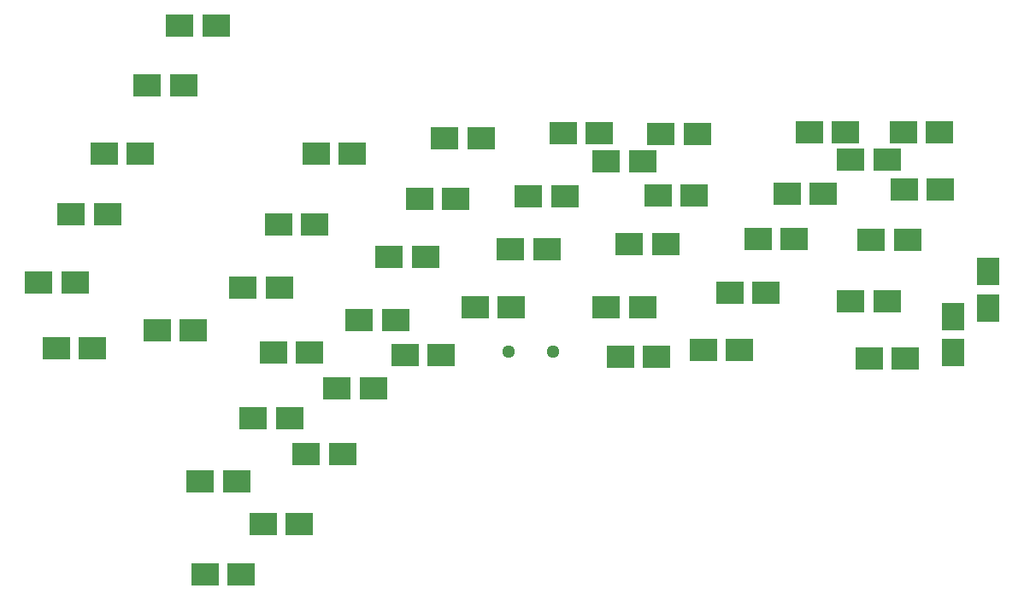
<source format=gbr>
G04 #@! TF.FileFunction,Soldermask,Top*
%FSLAX46Y46*%
G04 Gerber Fmt 4.6, Leading zero omitted, Abs format (unit mm)*
G04 Created by KiCad (PCBNEW 4.0.6) date Wednesday, 31 January 2018 'PMt' 20:49:43*
%MOMM*%
%LPD*%
G01*
G04 APERTURE LIST*
%ADD10C,0.100000*%
%ADD11R,2.200860X2.800000*%
%ADD12R,2.800000X2.200860*%
%ADD13C,1.299160*%
G04 APERTURE END LIST*
D10*
D11*
X241250000Y-96050000D03*
X241250000Y-92450000D03*
D12*
X236400000Y-78600000D03*
X232800000Y-78600000D03*
X231200000Y-81300000D03*
X227600000Y-81300000D03*
X236500000Y-84300000D03*
X232900000Y-84300000D03*
X233250000Y-89250000D03*
X229650000Y-89250000D03*
X231200000Y-95400000D03*
X227600000Y-95400000D03*
X222000000Y-89200000D03*
X218400000Y-89200000D03*
X219200000Y-94500000D03*
X215600000Y-94500000D03*
X208400000Y-100900000D03*
X204800000Y-100900000D03*
X216600000Y-100200000D03*
X213000000Y-100200000D03*
X233000000Y-101100000D03*
X229400000Y-101100000D03*
D11*
X237700000Y-100500000D03*
X237700000Y-96900000D03*
D12*
X224900000Y-84700000D03*
X221300000Y-84700000D03*
X227100000Y-78600000D03*
X223500000Y-78600000D03*
X207000000Y-96000000D03*
X203400000Y-96000000D03*
X209250000Y-89750000D03*
X205650000Y-89750000D03*
X199300000Y-85000000D03*
X195700000Y-85000000D03*
X202700000Y-78700000D03*
X199100000Y-78700000D03*
X207000000Y-81500000D03*
X203400000Y-81500000D03*
X212400000Y-78800000D03*
X208800000Y-78800000D03*
X212100000Y-84900000D03*
X208500000Y-84900000D03*
X197500000Y-90250000D03*
X193900000Y-90250000D03*
X194000000Y-96000000D03*
X190400000Y-96000000D03*
X187050000Y-100750000D03*
X183450000Y-100750000D03*
X180300000Y-104000000D03*
X176700000Y-104000000D03*
X172000000Y-107000000D03*
X168400000Y-107000000D03*
X166750000Y-113250000D03*
X163150000Y-113250000D03*
X167250000Y-122500000D03*
X163650000Y-122500000D03*
X173000000Y-117500000D03*
X169400000Y-117500000D03*
X177250000Y-110500000D03*
X173650000Y-110500000D03*
X182500000Y-97250000D03*
X178900000Y-97250000D03*
X185500000Y-91000000D03*
X181900000Y-91000000D03*
X188500000Y-85250000D03*
X184900000Y-85250000D03*
X191000000Y-79250000D03*
X187400000Y-79250000D03*
X174000000Y-100500000D03*
X170400000Y-100500000D03*
X171000000Y-94000000D03*
X167400000Y-94000000D03*
X174500000Y-87750000D03*
X170900000Y-87750000D03*
X178250000Y-80750000D03*
X174650000Y-80750000D03*
X158900000Y-98250000D03*
X162500000Y-98250000D03*
X148900000Y-100000000D03*
X152500000Y-100000000D03*
X147150000Y-93500000D03*
X150750000Y-93500000D03*
X150400000Y-86750000D03*
X154000000Y-86750000D03*
X153650000Y-80750000D03*
X157250000Y-80750000D03*
X157900000Y-74000000D03*
X161500000Y-74000000D03*
X161150000Y-68000000D03*
X164750000Y-68000000D03*
D13*
X198099640Y-100349100D03*
X193700360Y-100349100D03*
M02*

</source>
